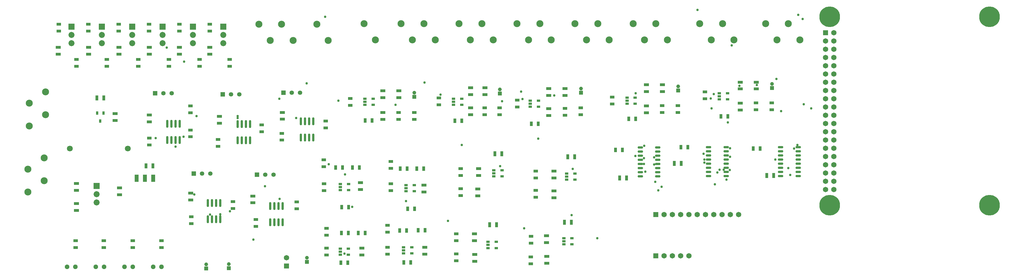
<source format=gbr>
%TF.GenerationSoftware,Altium Limited,Altium Designer,21.2.2 (38)*%
G04 Layer_Color=8388736*
%FSLAX26Y26*%
%MOIN*%
%TF.SameCoordinates,72563302-9CA4-4070-8E96-6B9CF41BC73D*%
%TF.FilePolarity,Negative*%
%TF.FileFunction,Soldermask,Top*%
%TF.Part,Single*%
G01*
G75*
%TA.AperFunction,ComponentPad*%
%ADD36R,0.072835X0.072835*%
%ADD37C,0.072835*%
%ADD38R,0.053150X0.053150*%
%ADD39C,0.053150*%
%ADD40C,0.064961*%
%ADD41R,0.064961X0.064961*%
%ADD42R,0.064961X0.064961*%
%ADD43R,0.045276X0.045276*%
%ADD44C,0.045276*%
%ADD45C,0.070866*%
%TA.AperFunction,ViaPad*%
%ADD46C,0.250000*%
%TA.AperFunction,ComponentPad*%
%ADD47C,0.084646*%
G04:AMPARAMS|DCode=48|XSize=52.381mil|YSize=52.381mil|CornerRadius=0mil|HoleSize=0mil|Usage=FLASHONLY|Rotation=0.000|XOffset=0mil|YOffset=0mil|HoleType=Round|Shape=Octagon|*
%AMOCTAGOND48*
4,1,8,0.026191,-0.013095,0.026191,0.013095,0.013095,0.026191,-0.013095,0.026191,-0.026191,0.013095,-0.026191,-0.013095,-0.013095,-0.026191,0.013095,-0.026191,0.026191,-0.013095,0.0*
%
%ADD48OCTAGOND48*%

%TA.AperFunction,ViaPad*%
%ADD49C,0.029528*%
%TA.AperFunction,SMDPad,CuDef*%
%ADD56R,0.029528X0.041339*%
%ADD57R,0.047906X0.090906*%
%ADD58R,0.055118X0.033465*%
%ADD59R,0.033465X0.055118*%
%ADD60R,0.041339X0.029528*%
%ADD61O,0.029528X0.096457*%
%ADD62R,0.059055X0.035433*%
%ADD63R,0.035433X0.059055*%
%ADD64O,0.064961X0.029528*%
D36*
X1063190Y-2200000D02*
D03*
X2593190Y-270000D02*
D03*
X2226190D02*
D03*
X1859190D02*
D03*
X1492190D02*
D03*
X1125190D02*
D03*
X758190D02*
D03*
D37*
X1063190Y-2300000D02*
D03*
Y-2400000D02*
D03*
X2593190Y-370000D02*
D03*
Y-470000D02*
D03*
X2226190Y-370000D02*
D03*
Y-470000D02*
D03*
X1859190Y-370000D02*
D03*
Y-470000D02*
D03*
X1492190Y-370000D02*
D03*
Y-470000D02*
D03*
X1125190Y-370000D02*
D03*
Y-470000D02*
D03*
X758190Y-370000D02*
D03*
Y-470000D02*
D03*
D38*
X3000000Y-2061850D02*
D03*
X2235000Y-2050000D02*
D03*
X3320000Y-1070000D02*
D03*
X2585000Y-1088150D02*
D03*
X1770000Y-1075000D02*
D03*
D39*
X3100000Y-2061850D02*
D03*
X3200000D02*
D03*
X2335000Y-2050000D02*
D03*
X2435000D02*
D03*
X3420000Y-1070000D02*
D03*
X3520000D02*
D03*
X2685000Y-1088150D02*
D03*
X2785000D02*
D03*
X1870000Y-1075000D02*
D03*
X1970000D02*
D03*
D40*
X8215000Y-3045000D02*
D03*
X8115000D02*
D03*
X8015000D02*
D03*
X7915000D02*
D03*
X3355000Y-3070000D02*
D03*
X8815000Y-2545000D02*
D03*
X8715000D02*
D03*
X8615000D02*
D03*
X8515000D02*
D03*
X8415000D02*
D03*
X8315000D02*
D03*
X8215000D02*
D03*
X8115000D02*
D03*
X8015000D02*
D03*
X7915000D02*
D03*
X9966000Y-342000D02*
D03*
X9866000Y-442000D02*
D03*
X9966000D02*
D03*
X9866000Y-542000D02*
D03*
X9966000D02*
D03*
X9866000Y-642000D02*
D03*
X9966000D02*
D03*
X9866000Y-742000D02*
D03*
X9966000D02*
D03*
X9866000Y-842000D02*
D03*
X9966000D02*
D03*
X9866000Y-942000D02*
D03*
X9966000D02*
D03*
X9866000Y-1042000D02*
D03*
X9966000D02*
D03*
X9866000Y-1142000D02*
D03*
X9966000D02*
D03*
X9866000Y-1242000D02*
D03*
X9966000D02*
D03*
X9866000Y-1342000D02*
D03*
X9966000D02*
D03*
X9866000Y-1442000D02*
D03*
X9966000D02*
D03*
X9866000Y-1542000D02*
D03*
X9966000D02*
D03*
X9866000Y-1642000D02*
D03*
X9966000D02*
D03*
X9866000Y-1742000D02*
D03*
X9966000D02*
D03*
X9866000Y-1842000D02*
D03*
X9966000D02*
D03*
X9866000Y-1942000D02*
D03*
X9966000D02*
D03*
X9866000Y-2042000D02*
D03*
X9966000D02*
D03*
X9866000Y-2142000D02*
D03*
X9966000D02*
D03*
X9866000Y-2242000D02*
D03*
X9966000D02*
D03*
D41*
X7815000Y-3045000D02*
D03*
Y-2545000D02*
D03*
D42*
X3355000Y-3170000D02*
D03*
X9866000Y-342000D02*
D03*
D43*
X9220826Y-1011422D02*
D03*
X8086614Y-1044020D02*
D03*
X6913662Y-1070000D02*
D03*
X5933662Y-1080000D02*
D03*
X4900000Y-1120000D02*
D03*
X3603662Y-3120000D02*
D03*
X2660000Y-3195000D02*
D03*
X2385000Y-3200000D02*
D03*
D44*
X9220826Y-961422D02*
D03*
X8086614Y-994020D02*
D03*
X6913662Y-1020000D02*
D03*
X5933662Y-1030000D02*
D03*
X4900000Y-1070000D02*
D03*
X3603662Y-3070000D02*
D03*
X2660000Y-3145000D02*
D03*
X2385000Y-3150000D02*
D03*
D45*
X1440000Y-1745000D02*
D03*
X740000D02*
D03*
D46*
X9916000Y-150268D02*
D03*
Y-2433732D02*
D03*
X11845134D02*
D03*
Y-150268D02*
D03*
D47*
X4430000Y-430000D02*
D03*
X4292204Y-233150D02*
D03*
X5152480Y-430000D02*
D03*
X5014686Y-233150D02*
D03*
X4876890Y-430000D02*
D03*
X4739094Y-233150D02*
D03*
X5853110Y-430000D02*
D03*
X5715314Y-233150D02*
D03*
X5577520Y-430000D02*
D03*
X5439724Y-233150D02*
D03*
X6553740Y-430000D02*
D03*
X6415944Y-233150D02*
D03*
X6278150Y-430000D02*
D03*
X6140354Y-233150D02*
D03*
X7254370Y-430000D02*
D03*
X7116574Y-233150D02*
D03*
X6978780Y-430000D02*
D03*
X6840984Y-233150D02*
D03*
X3722834Y-238150D02*
D03*
X3860630Y-435000D02*
D03*
X7955000Y-430000D02*
D03*
X7817204Y-233150D02*
D03*
X7679410Y-430000D02*
D03*
X7541614Y-233150D02*
D03*
X430000Y-1859410D02*
D03*
X233150Y-1997204D02*
D03*
X430000Y-2135000D02*
D03*
X233150Y-2272796D02*
D03*
X8760590Y-430000D02*
D03*
X8622796Y-233150D02*
D03*
X8485000Y-430000D02*
D03*
X8347204Y-233150D02*
D03*
X9142204D02*
D03*
X9280000Y-430000D02*
D03*
X9417796Y-233150D02*
D03*
X9555590Y-430000D02*
D03*
X445000Y-1059410D02*
D03*
X248150Y-1197204D02*
D03*
X445000Y-1335000D02*
D03*
X248150Y-1472796D02*
D03*
X3435590Y-435000D02*
D03*
X3297796Y-238150D02*
D03*
X3160000Y-435000D02*
D03*
X3022204Y-238150D02*
D03*
D48*
X1151666Y-3180000D02*
D03*
X1051666D02*
D03*
X1498334D02*
D03*
X1398334D02*
D03*
X1845000D02*
D03*
X1745000D02*
D03*
X805000D02*
D03*
X705000D02*
D03*
D49*
X6589000Y-1101338D02*
D03*
X7574000Y-1075000D02*
D03*
X5214662Y-1091338D02*
D03*
X4672686Y-1214686D02*
D03*
X8530000Y-2178000D02*
D03*
X8713000Y-1847000D02*
D03*
X8733000Y-495000D02*
D03*
X9417796Y-1981754D02*
D03*
X9486000Y-1747000D02*
D03*
X2765000Y-1351000D02*
D03*
X2269000D02*
D03*
X2955000Y-2850000D02*
D03*
X8318000Y-65000D02*
D03*
X2555000Y-2541000D02*
D03*
X2243796Y-2302732D02*
D03*
X2111700Y-1602850D02*
D03*
X2432000Y-2545000D02*
D03*
X2673000Y-2507000D02*
D03*
X9260000Y-1880000D02*
D03*
X7674412Y-1862000D02*
D03*
X8404000Y-1880000D02*
D03*
X8403000Y-1916812D02*
D03*
X7674000Y-1932500D02*
D03*
X6396338Y-1627338D02*
D03*
X7795000Y-1940000D02*
D03*
X6188000Y-1056000D02*
D03*
X3866338Y-1935000D02*
D03*
X8668000Y-2124000D02*
D03*
X6225000Y-2711000D02*
D03*
X8587000Y-2003000D02*
D03*
X5935000Y-1960000D02*
D03*
X6207812Y-1147188D02*
D03*
X4064000Y-2060000D02*
D03*
X9588000Y-177000D02*
D03*
X9537000Y-125000D02*
D03*
X4150000Y-2452000D02*
D03*
X5305000Y-2624000D02*
D03*
X5959000Y-1174000D02*
D03*
X8711000Y-2006182D02*
D03*
X3984000Y-1166000D02*
D03*
X7886000Y-2208000D02*
D03*
X5471338Y-1703338D02*
D03*
X4799000Y-2381000D02*
D03*
X7845000Y-2252000D02*
D03*
X9272000Y-904000D02*
D03*
X8516000Y-1085000D02*
D03*
X9036000Y-976000D02*
D03*
X9603000Y-1210000D02*
D03*
X3095000Y-2204000D02*
D03*
X3274000Y-2357000D02*
D03*
X5024000Y-945000D02*
D03*
X2015000Y-1721000D02*
D03*
X1777000Y-1618000D02*
D03*
X3600000Y-956000D02*
D03*
X3822000Y-150000D02*
D03*
X8394000Y-1810002D02*
D03*
X9330000Y-1292000D02*
D03*
X9694000Y-1260000D02*
D03*
X8489000D02*
D03*
X2120000Y-694000D02*
D03*
X6812000Y-1991000D02*
D03*
X8560000Y-2037000D02*
D03*
X1908000Y-522000D02*
D03*
X9527000Y-1703000D02*
D03*
X9440000Y-2065000D02*
D03*
X7571000Y-1835188D02*
D03*
X7691000Y-2027000D02*
D03*
X7810000Y-2148000D02*
D03*
X8635000Y-2003000D02*
D03*
X6798000Y-2554000D02*
D03*
X8687000Y-1429000D02*
D03*
X7797000Y-1851000D02*
D03*
X3270000Y-1143000D02*
D03*
X7675000Y-1714000D02*
D03*
X7108598Y-2832598D02*
D03*
X8480000Y-1139000D02*
D03*
X8826000Y-985000D02*
D03*
X8714000Y-1743262D02*
D03*
X3473000Y-1376000D02*
D03*
X2765000D02*
D03*
X4055000Y-3020000D02*
D03*
D56*
X1144804Y-1315000D02*
D03*
X1070000D02*
D03*
X1107402Y-1413426D02*
D03*
D57*
X1545000Y-2105000D02*
D03*
X1645000D02*
D03*
X1745000D02*
D03*
D58*
X2195000Y-1228662D02*
D03*
Y-1311338D02*
D03*
X3480000Y-2475788D02*
D03*
Y-2393112D02*
D03*
X2710000Y-2471338D02*
D03*
Y-2388662D02*
D03*
X3830000Y-1496338D02*
D03*
Y-1413662D02*
D03*
X3055000Y-1542088D02*
D03*
Y-1459410D02*
D03*
X2195000Y-1603738D02*
D03*
Y-1521062D02*
D03*
X2987268Y-2688188D02*
D03*
Y-2605512D02*
D03*
X2205000Y-2656338D02*
D03*
Y-2573662D02*
D03*
X3300000Y-1643938D02*
D03*
Y-1561262D02*
D03*
X2530000Y-1719488D02*
D03*
Y-1636810D02*
D03*
X1700000Y-1701338D02*
D03*
Y-1618662D02*
D03*
X6310000Y-2891338D02*
D03*
Y-2808662D02*
D03*
X6305000Y-3141338D02*
D03*
Y-3058662D02*
D03*
X6365000Y-2101338D02*
D03*
Y-2018662D02*
D03*
Y-2336338D02*
D03*
Y-2253662D02*
D03*
X5405000Y-2861338D02*
D03*
Y-2778662D02*
D03*
Y-3106338D02*
D03*
Y-3023662D02*
D03*
X5460000Y-2071338D02*
D03*
Y-1988662D02*
D03*
Y-2316338D02*
D03*
Y-2233662D02*
D03*
X3840000Y-2953662D02*
D03*
Y-3036338D02*
D03*
Y-2796338D02*
D03*
Y-2713662D02*
D03*
X4575000Y-2943662D02*
D03*
Y-3026338D02*
D03*
Y-2760000D02*
D03*
Y-2677322D02*
D03*
X4615000Y-2173662D02*
D03*
Y-2256338D02*
D03*
Y-1986338D02*
D03*
Y-1903662D02*
D03*
X3810000Y-2173662D02*
D03*
Y-2256338D02*
D03*
X3805000Y-1966338D02*
D03*
Y-1883662D02*
D03*
X810000Y-2863662D02*
D03*
Y-2946338D02*
D03*
X1845000D02*
D03*
Y-2863662D02*
D03*
X1500000Y-2946338D02*
D03*
Y-2863662D02*
D03*
X1150000D02*
D03*
Y-2946338D02*
D03*
X8410000Y-1058662D02*
D03*
Y-1141338D02*
D03*
X9027874Y-1276772D02*
D03*
Y-1194094D02*
D03*
X9217874D02*
D03*
Y-1276772D02*
D03*
X7288662Y-1123662D02*
D03*
Y-1206338D02*
D03*
X6143662Y-1158662D02*
D03*
Y-1241338D02*
D03*
X7893662Y-1309370D02*
D03*
Y-1226692D02*
D03*
X8083662D02*
D03*
Y-1309370D02*
D03*
X6720000Y-1341338D02*
D03*
Y-1258662D02*
D03*
X6910000Y-1253662D02*
D03*
Y-1336338D02*
D03*
X5195000Y-1133662D02*
D03*
Y-1216338D02*
D03*
X4125000Y-1138662D02*
D03*
Y-1221338D02*
D03*
X5751216Y-1334370D02*
D03*
Y-1251692D02*
D03*
X5930708D02*
D03*
Y-1334370D02*
D03*
X4711216Y-1391338D02*
D03*
Y-1308662D02*
D03*
X4898662D02*
D03*
Y-1391338D02*
D03*
X2428032Y-321338D02*
D03*
Y-238662D02*
D03*
X2062032Y-321338D02*
D03*
Y-238662D02*
D03*
X1696032Y-321338D02*
D03*
Y-238662D02*
D03*
X2670000Y-667322D02*
D03*
Y-750000D02*
D03*
X2305000Y-667322D02*
D03*
Y-750000D02*
D03*
X1935000Y-667322D02*
D03*
Y-750000D02*
D03*
X1330032Y-321338D02*
D03*
Y-238662D02*
D03*
X964032Y-321338D02*
D03*
Y-238662D02*
D03*
X605000Y-321338D02*
D03*
Y-238662D02*
D03*
X1565000Y-667322D02*
D03*
Y-750000D02*
D03*
X1185000Y-667322D02*
D03*
Y-750000D02*
D03*
X820000Y-667322D02*
D03*
Y-750000D02*
D03*
D59*
X4013662Y-3130000D02*
D03*
X4096338D02*
D03*
X4773662Y-3125000D02*
D03*
X4856338D02*
D03*
X4018662Y-2770000D02*
D03*
X4101338D02*
D03*
X4723662Y-2740000D02*
D03*
X4806338D02*
D03*
X4223662Y-2770000D02*
D03*
X4306338D02*
D03*
X4947322Y-2735000D02*
D03*
X5030000D02*
D03*
X4818662Y-2475000D02*
D03*
X4901338D02*
D03*
X4023662Y-2455000D02*
D03*
X4106338D02*
D03*
X4728662Y-1990000D02*
D03*
X4811338D02*
D03*
X3948662Y-1975000D02*
D03*
X4031338D02*
D03*
X4928662Y-1990000D02*
D03*
X5011338D02*
D03*
X4153662Y-1975000D02*
D03*
X4236338D02*
D03*
X8603662Y-1355000D02*
D03*
X8686338D02*
D03*
X7488662Y-1385000D02*
D03*
X7571338D02*
D03*
X6313662Y-1445000D02*
D03*
X6396338D02*
D03*
X5388662Y-1410000D02*
D03*
X5471338D02*
D03*
X4307322Y-1405000D02*
D03*
X4390000D02*
D03*
X8992662Y-1745000D02*
D03*
X9075338D02*
D03*
X8118662Y-1730000D02*
D03*
X8201338D02*
D03*
X7330662Y-1761000D02*
D03*
X7413338D02*
D03*
D60*
X6803426Y-2832598D02*
D03*
Y-2907402D02*
D03*
X6705000D02*
D03*
Y-2870000D02*
D03*
Y-2832598D02*
D03*
X6839212Y-2047598D02*
D03*
Y-2122402D02*
D03*
X6740788D02*
D03*
Y-2085000D02*
D03*
Y-2047598D02*
D03*
X5889212Y-2876260D02*
D03*
Y-2951062D02*
D03*
X5790788D02*
D03*
Y-2913662D02*
D03*
Y-2876260D02*
D03*
X5959212Y-2007598D02*
D03*
Y-2082402D02*
D03*
X5860788D02*
D03*
Y-2045000D02*
D03*
Y-2007598D02*
D03*
X4104212Y-2957598D02*
D03*
Y-3032402D02*
D03*
X4005788D02*
D03*
Y-2995000D02*
D03*
Y-2957598D02*
D03*
X4869212Y-2942598D02*
D03*
Y-3017402D02*
D03*
X4770788D02*
D03*
Y-2980000D02*
D03*
Y-2942598D02*
D03*
X4899212Y-2187598D02*
D03*
Y-2262402D02*
D03*
X4800788D02*
D03*
Y-2225000D02*
D03*
Y-2187598D02*
D03*
X4105000Y-2175000D02*
D03*
Y-2249804D02*
D03*
X4006574D02*
D03*
Y-2212402D02*
D03*
Y-2175000D02*
D03*
X8682086Y-1075000D02*
D03*
Y-1149804D02*
D03*
X8583662D02*
D03*
Y-1112402D02*
D03*
Y-1075000D02*
D03*
X7567874Y-1127598D02*
D03*
Y-1202402D02*
D03*
X7469448D02*
D03*
Y-1165000D02*
D03*
Y-1127598D02*
D03*
X6398662Y-1165000D02*
D03*
Y-1239804D02*
D03*
X6300236D02*
D03*
Y-1202402D02*
D03*
Y-1165000D02*
D03*
X5472874Y-1142598D02*
D03*
Y-1217402D02*
D03*
X5374448D02*
D03*
Y-1180000D02*
D03*
Y-1142598D02*
D03*
X4402874D02*
D03*
Y-1217402D02*
D03*
X4304448D02*
D03*
Y-1180000D02*
D03*
Y-1142598D02*
D03*
D61*
X3160000Y-2638426D02*
D03*
X3210000D02*
D03*
X3260000D02*
D03*
X3310000D02*
D03*
X3160000Y-2441574D02*
D03*
X3210000D02*
D03*
X3260000D02*
D03*
X3310000D02*
D03*
X2405000Y-2603426D02*
D03*
X2455000D02*
D03*
X2505000D02*
D03*
X2555000D02*
D03*
X2405000Y-2406574D02*
D03*
X2455000D02*
D03*
X2505000D02*
D03*
X2555000D02*
D03*
X3530000Y-1613426D02*
D03*
X3580000D02*
D03*
X3630000D02*
D03*
X3680000D02*
D03*
X3530000Y-1416574D02*
D03*
X3580000D02*
D03*
X3630000D02*
D03*
X3680000D02*
D03*
X2765000Y-1646574D02*
D03*
X2815000D02*
D03*
X2865000D02*
D03*
X2915000D02*
D03*
X2765000Y-1449724D02*
D03*
X2815000D02*
D03*
X2865000D02*
D03*
X2915000D02*
D03*
X1915000Y-1643426D02*
D03*
X1965000D02*
D03*
X2015000D02*
D03*
X2065000D02*
D03*
X1915000Y-1446574D02*
D03*
X1965000D02*
D03*
X2015000D02*
D03*
X2065000D02*
D03*
D62*
X2430000Y-601338D02*
D03*
Y-518662D02*
D03*
X2064000Y-601338D02*
D03*
Y-518662D02*
D03*
X1698000Y-601338D02*
D03*
Y-518662D02*
D03*
X1332000Y-601338D02*
D03*
Y-518662D02*
D03*
X966000Y-601338D02*
D03*
Y-518662D02*
D03*
X600000Y-601338D02*
D03*
Y-518662D02*
D03*
X6495000Y-2886338D02*
D03*
Y-2803662D02*
D03*
X6500000Y-3053662D02*
D03*
Y-3136338D02*
D03*
X6585000Y-2101338D02*
D03*
Y-2018662D02*
D03*
Y-2258662D02*
D03*
Y-2341338D02*
D03*
X5625000Y-2861338D02*
D03*
Y-2778662D02*
D03*
X5630000Y-3028662D02*
D03*
Y-3111338D02*
D03*
X5675000Y-2071338D02*
D03*
Y-1988662D02*
D03*
X5665000Y-2235000D02*
D03*
Y-2317678D02*
D03*
X4265000Y-3036338D02*
D03*
Y-2953662D02*
D03*
X5025000Y-3026338D02*
D03*
Y-2943662D02*
D03*
X5015000Y-2271338D02*
D03*
Y-2188662D02*
D03*
X4250000Y-2241338D02*
D03*
Y-2158662D02*
D03*
X1287402Y-1405552D02*
D03*
Y-1322874D02*
D03*
X1340000Y-2223662D02*
D03*
Y-2306338D02*
D03*
X820000Y-2168662D02*
D03*
Y-2251338D02*
D03*
Y-2413662D02*
D03*
Y-2496338D02*
D03*
X2950000Y-2321496D02*
D03*
Y-2404172D02*
D03*
X2198764Y-2286496D02*
D03*
Y-2369172D02*
D03*
X3306236Y-1308188D02*
D03*
Y-1390866D02*
D03*
X1700000Y-1338662D02*
D03*
Y-1421338D02*
D03*
X2545000Y-1356810D02*
D03*
Y-1439488D02*
D03*
X9030320Y-941062D02*
D03*
Y-1023740D02*
D03*
X8837874Y-941062D02*
D03*
Y-1023740D02*
D03*
Y-1196062D02*
D03*
Y-1278740D02*
D03*
X7896108Y-973662D02*
D03*
Y-1056338D02*
D03*
X7703662Y-973662D02*
D03*
Y-1056338D02*
D03*
X6721108Y-1018662D02*
D03*
Y-1101338D02*
D03*
X7703662Y-1228662D02*
D03*
Y-1311338D02*
D03*
X6523662Y-1018662D02*
D03*
Y-1101338D02*
D03*
Y-1263662D02*
D03*
Y-1346338D02*
D03*
X5753662Y-1008662D02*
D03*
Y-1091338D02*
D03*
X4713662Y-1047322D02*
D03*
Y-1130000D02*
D03*
X5578662Y-1008662D02*
D03*
Y-1091338D02*
D03*
X4518662Y-1047322D02*
D03*
Y-1130000D02*
D03*
X5578662Y-1253662D02*
D03*
Y-1336338D02*
D03*
X4518662Y-1310630D02*
D03*
Y-1393308D02*
D03*
D63*
X6713662Y-2640000D02*
D03*
X6796338D02*
D03*
X6753662Y-1845000D02*
D03*
X6836338D02*
D03*
X5808662Y-2670000D02*
D03*
X5891338D02*
D03*
X5872322Y-1810000D02*
D03*
X5955000D02*
D03*
X1066062Y-1134212D02*
D03*
X1148740D02*
D03*
X1658662Y-1955000D02*
D03*
X1741338D02*
D03*
X9157662Y-2074000D02*
D03*
X9240338D02*
D03*
X8039324Y-1927000D02*
D03*
X8122000D02*
D03*
X7379662Y-2102000D02*
D03*
X7462338D02*
D03*
D64*
X8453700Y-1730000D02*
D03*
Y-1780000D02*
D03*
Y-1830000D02*
D03*
Y-1880000D02*
D03*
Y-1930000D02*
D03*
Y-1980000D02*
D03*
Y-2030000D02*
D03*
Y-2080000D02*
D03*
X8666300Y-1730000D02*
D03*
Y-1780000D02*
D03*
Y-1830000D02*
D03*
Y-1880000D02*
D03*
Y-1930000D02*
D03*
Y-1980000D02*
D03*
Y-2030000D02*
D03*
Y-2080000D02*
D03*
X7841300Y-2082500D02*
D03*
Y-2032500D02*
D03*
Y-1982500D02*
D03*
Y-1932500D02*
D03*
Y-1882500D02*
D03*
Y-1832500D02*
D03*
Y-1782500D02*
D03*
Y-1732500D02*
D03*
X7628700Y-2082500D02*
D03*
Y-2032500D02*
D03*
Y-1982500D02*
D03*
Y-1932500D02*
D03*
Y-1882500D02*
D03*
Y-1832500D02*
D03*
Y-1782500D02*
D03*
Y-1732500D02*
D03*
X9536300Y-2080000D02*
D03*
Y-2030000D02*
D03*
Y-1980000D02*
D03*
Y-1930000D02*
D03*
Y-1880000D02*
D03*
Y-1830000D02*
D03*
Y-1780000D02*
D03*
Y-1730000D02*
D03*
X9323700Y-2080000D02*
D03*
Y-2030000D02*
D03*
Y-1980000D02*
D03*
Y-1930000D02*
D03*
Y-1880000D02*
D03*
Y-1830000D02*
D03*
Y-1780000D02*
D03*
Y-1730000D02*
D03*
%TF.MD5,421a809247eba841c912fc5d1bb99140*%
M02*

</source>
